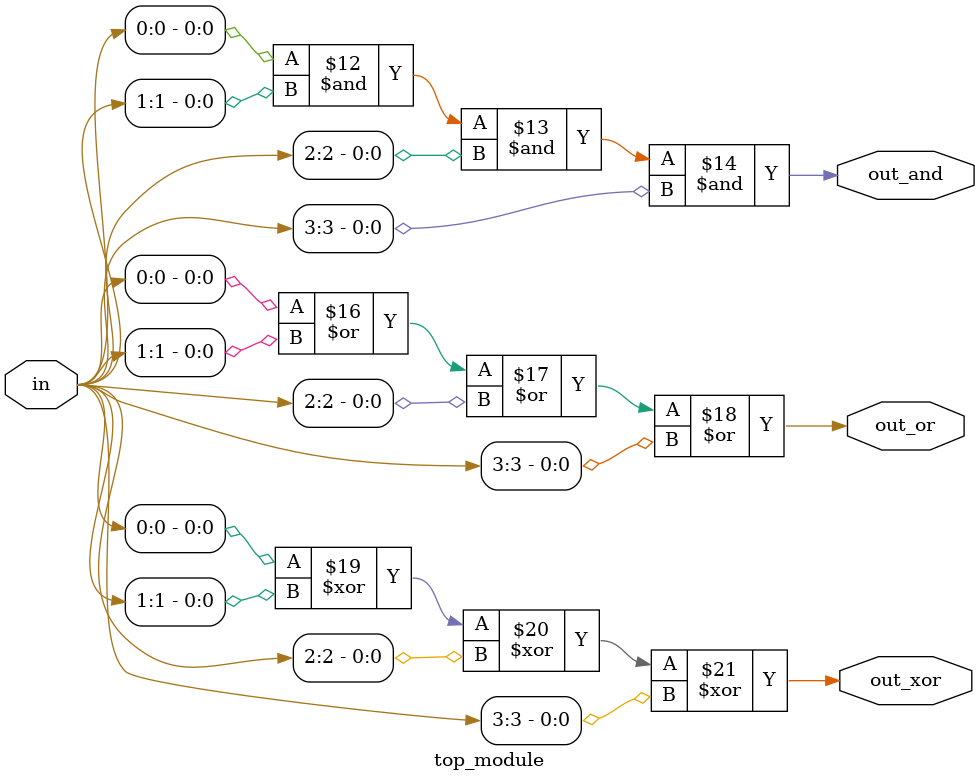
<source format=sv>
module top_module (
    input [3:0] in,
    output reg out_and,
    output reg out_or,
    output reg out_xor
);

always @(*) begin
    // Logical AND operation
    out_and = 1'b1;
    for (int i = 0; i < 4; i++) begin
        out_and = out_and & in[i];
    end

    // Logical OR operation
    out_or = 1'b0;
    for (int i = 0; i < 4; i++) begin
        out_or = out_or | in[i];
    end

    // Logical XOR operation
    out_xor = in[0];
    for (int i = 1; i < 4; i++) begin
        out_xor = out_xor ^ in[i];
    end
end

endmodule

</source>
